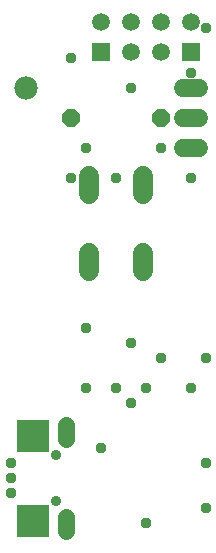
<source format=gbr>
G04 EAGLE Gerber X2 export*
%TF.Part,Single*%
%TF.FileFunction,Soldermask,Top,1*%
%TF.FilePolarity,Negative*%
%TF.GenerationSoftware,Autodesk,EAGLE,8.6.0*%
%TF.CreationDate,2018-01-31T11:55:17Z*%
G75*
%MOMM*%
%FSLAX34Y34*%
%LPD*%
%AMOC8*
5,1,8,0,0,1.08239X$1,22.5*%
G01*
%ADD10C,1.981200*%
%ADD11C,1.727200*%
%ADD12C,1.524000*%
%ADD13R,1.511200X1.511200*%
%ADD14C,1.511200*%
%ADD15P,1.649562X8X202.500000*%
%ADD16C,0.903200*%
%ADD17R,2.703200X2.703200*%
%ADD18C,1.411200*%
%ADD19C,0.959600*%


D10*
X38100Y723900D03*
D11*
X91694Y649732D02*
X91694Y634492D01*
X91694Y584708D02*
X91694Y569468D01*
X136906Y634492D02*
X136906Y649732D01*
X136906Y584708D02*
X136906Y569468D01*
D12*
X171196Y723900D02*
X184404Y723900D01*
X184404Y673100D02*
X171196Y673100D01*
X171196Y698500D02*
X184404Y698500D01*
D13*
X177950Y754875D03*
X101750Y754875D03*
D14*
X152550Y754875D03*
X127150Y754875D03*
X127150Y780275D03*
X152550Y780275D03*
X177950Y780275D03*
X101750Y780275D03*
D15*
X152400Y698500D03*
X76200Y698500D03*
D16*
X63500Y374200D03*
X63500Y413200D03*
D17*
X44500Y429700D03*
X44500Y357700D03*
D18*
X72500Y360700D02*
X72500Y348620D01*
X72500Y426700D02*
X72500Y438780D01*
D19*
X88900Y673100D03*
X76200Y647700D03*
X177800Y647700D03*
X114300Y647700D03*
X152400Y673100D03*
X127000Y723900D03*
X177800Y736600D03*
X190500Y774700D03*
X76200Y749300D03*
X88900Y520700D03*
X127000Y508000D03*
X152400Y495300D03*
X190500Y495300D03*
X177800Y469900D03*
X139700Y469900D03*
X88900Y469900D03*
X25400Y393700D03*
X101600Y419100D03*
X139700Y355600D03*
X190500Y368300D03*
X190500Y406400D03*
X127000Y457200D03*
X114300Y469900D03*
X25400Y406400D03*
X25400Y381000D03*
M02*

</source>
